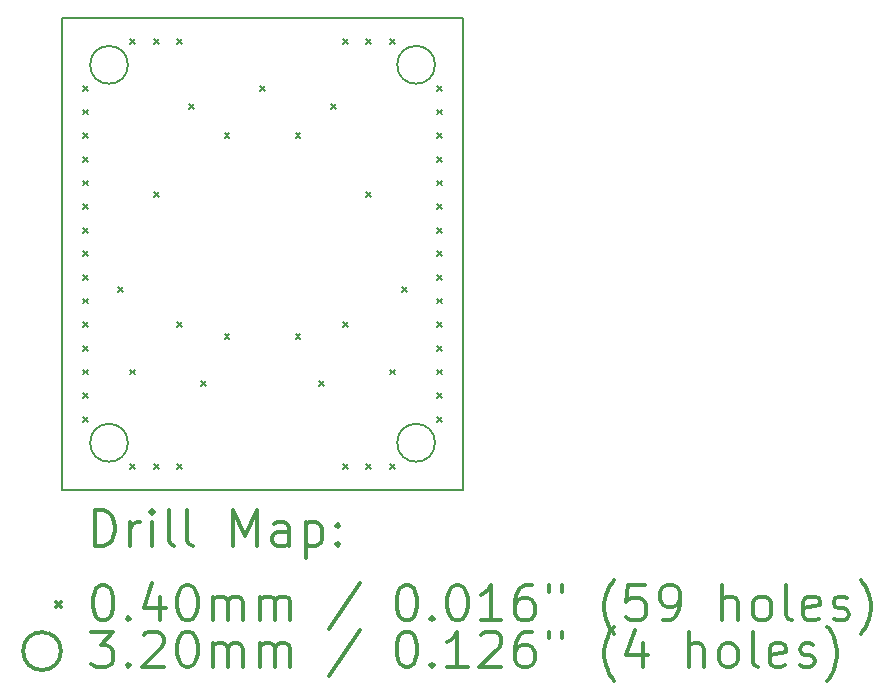
<source format=gbr>
%FSLAX45Y45*%
G04 Gerber Fmt 4.5, Leading zero omitted, Abs format (unit mm)*
G04 Created by KiCad (PCBNEW 5.0.2-bee76a0~70~ubuntu18.04.1) date Mi 24 Jul 2019 00:54:44 CEST*
%MOMM*%
%LPD*%
G01*
G04 APERTURE LIST*
%ADD10C,0.150000*%
%ADD11C,0.200000*%
%ADD12C,0.300000*%
G04 APERTURE END LIST*
D10*
X8300000Y-10000000D02*
X8300000Y-14000000D01*
X11700000Y-10000000D02*
X8300000Y-10000000D01*
X11700000Y-14000000D02*
X11700000Y-10000000D01*
X8300000Y-14000000D02*
X11700000Y-14000000D01*
D11*
X8480000Y-10580000D02*
X8520000Y-10620000D01*
X8520000Y-10580000D02*
X8480000Y-10620000D01*
X8480000Y-10780000D02*
X8520000Y-10820000D01*
X8520000Y-10780000D02*
X8480000Y-10820000D01*
X8480000Y-10980000D02*
X8520000Y-11020000D01*
X8520000Y-10980000D02*
X8480000Y-11020000D01*
X8480000Y-11180000D02*
X8520000Y-11220000D01*
X8520000Y-11180000D02*
X8480000Y-11220000D01*
X8480000Y-11380000D02*
X8520000Y-11420000D01*
X8520000Y-11380000D02*
X8480000Y-11420000D01*
X8480000Y-11580000D02*
X8520000Y-11620000D01*
X8520000Y-11580000D02*
X8480000Y-11620000D01*
X8480000Y-11780000D02*
X8520000Y-11820000D01*
X8520000Y-11780000D02*
X8480000Y-11820000D01*
X8480000Y-11980000D02*
X8520000Y-12020000D01*
X8520000Y-11980000D02*
X8480000Y-12020000D01*
X8480000Y-12180000D02*
X8520000Y-12220000D01*
X8520000Y-12180000D02*
X8480000Y-12220000D01*
X8480000Y-12380000D02*
X8520000Y-12420000D01*
X8520000Y-12380000D02*
X8480000Y-12420000D01*
X8480000Y-12580000D02*
X8520000Y-12620000D01*
X8520000Y-12580000D02*
X8480000Y-12620000D01*
X8480000Y-12780000D02*
X8520000Y-12820000D01*
X8520000Y-12780000D02*
X8480000Y-12820000D01*
X8480000Y-12980000D02*
X8520000Y-13020000D01*
X8520000Y-12980000D02*
X8480000Y-13020000D01*
X8480000Y-13180000D02*
X8520000Y-13220000D01*
X8520000Y-13180000D02*
X8480000Y-13220000D01*
X8480000Y-13380000D02*
X8520000Y-13420000D01*
X8520000Y-13380000D02*
X8480000Y-13420000D01*
X8780000Y-12280000D02*
X8820000Y-12320000D01*
X8820000Y-12280000D02*
X8780000Y-12320000D01*
X8880000Y-10180000D02*
X8920000Y-10220000D01*
X8920000Y-10180000D02*
X8880000Y-10220000D01*
X8880000Y-12980000D02*
X8920000Y-13020000D01*
X8920000Y-12980000D02*
X8880000Y-13020000D01*
X8880000Y-13780000D02*
X8920000Y-13820000D01*
X8920000Y-13780000D02*
X8880000Y-13820000D01*
X9080000Y-10180000D02*
X9120000Y-10220000D01*
X9120000Y-10180000D02*
X9080000Y-10220000D01*
X9080000Y-11480000D02*
X9120000Y-11520000D01*
X9120000Y-11480000D02*
X9080000Y-11520000D01*
X9080000Y-13780000D02*
X9120000Y-13820000D01*
X9120000Y-13780000D02*
X9080000Y-13820000D01*
X9280000Y-10180000D02*
X9320000Y-10220000D01*
X9320000Y-10180000D02*
X9280000Y-10220000D01*
X9280000Y-12580000D02*
X9320000Y-12620000D01*
X9320000Y-12580000D02*
X9280000Y-12620000D01*
X9280000Y-13780000D02*
X9320000Y-13820000D01*
X9320000Y-13780000D02*
X9280000Y-13820000D01*
X9380000Y-10730000D02*
X9420000Y-10770000D01*
X9420000Y-10730000D02*
X9380000Y-10770000D01*
X9480000Y-13080000D02*
X9520000Y-13120000D01*
X9520000Y-13080000D02*
X9480000Y-13120000D01*
X9680000Y-10980000D02*
X9720000Y-11020000D01*
X9720000Y-10980000D02*
X9680000Y-11020000D01*
X9680000Y-12680000D02*
X9720000Y-12720000D01*
X9720000Y-12680000D02*
X9680000Y-12720000D01*
X9980000Y-10580000D02*
X10020000Y-10620000D01*
X10020000Y-10580000D02*
X9980000Y-10620000D01*
X10280000Y-10980000D02*
X10320000Y-11020000D01*
X10320000Y-10980000D02*
X10280000Y-11020000D01*
X10280000Y-12680000D02*
X10320000Y-12720000D01*
X10320000Y-12680000D02*
X10280000Y-12720000D01*
X10480000Y-13080000D02*
X10520000Y-13120000D01*
X10520000Y-13080000D02*
X10480000Y-13120000D01*
X10580000Y-10730000D02*
X10620000Y-10770000D01*
X10620000Y-10730000D02*
X10580000Y-10770000D01*
X10680000Y-10180000D02*
X10720000Y-10220000D01*
X10720000Y-10180000D02*
X10680000Y-10220000D01*
X10680000Y-12580000D02*
X10720000Y-12620000D01*
X10720000Y-12580000D02*
X10680000Y-12620000D01*
X10680000Y-13780000D02*
X10720000Y-13820000D01*
X10720000Y-13780000D02*
X10680000Y-13820000D01*
X10880000Y-10180000D02*
X10920000Y-10220000D01*
X10920000Y-10180000D02*
X10880000Y-10220000D01*
X10880000Y-11480000D02*
X10920000Y-11520000D01*
X10920000Y-11480000D02*
X10880000Y-11520000D01*
X10880000Y-13780000D02*
X10920000Y-13820000D01*
X10920000Y-13780000D02*
X10880000Y-13820000D01*
X11080000Y-10180000D02*
X11120000Y-10220000D01*
X11120000Y-10180000D02*
X11080000Y-10220000D01*
X11080000Y-12980000D02*
X11120000Y-13020000D01*
X11120000Y-12980000D02*
X11080000Y-13020000D01*
X11080000Y-13780000D02*
X11120000Y-13820000D01*
X11120000Y-13780000D02*
X11080000Y-13820000D01*
X11180000Y-12280000D02*
X11220000Y-12320000D01*
X11220000Y-12280000D02*
X11180000Y-12320000D01*
X11480000Y-10580000D02*
X11520000Y-10620000D01*
X11520000Y-10580000D02*
X11480000Y-10620000D01*
X11480000Y-10780000D02*
X11520000Y-10820000D01*
X11520000Y-10780000D02*
X11480000Y-10820000D01*
X11480000Y-10980000D02*
X11520000Y-11020000D01*
X11520000Y-10980000D02*
X11480000Y-11020000D01*
X11480000Y-11180000D02*
X11520000Y-11220000D01*
X11520000Y-11180000D02*
X11480000Y-11220000D01*
X11480000Y-11380000D02*
X11520000Y-11420000D01*
X11520000Y-11380000D02*
X11480000Y-11420000D01*
X11480000Y-11580000D02*
X11520000Y-11620000D01*
X11520000Y-11580000D02*
X11480000Y-11620000D01*
X11480000Y-11780000D02*
X11520000Y-11820000D01*
X11520000Y-11780000D02*
X11480000Y-11820000D01*
X11480000Y-11980000D02*
X11520000Y-12020000D01*
X11520000Y-11980000D02*
X11480000Y-12020000D01*
X11480000Y-12180000D02*
X11520000Y-12220000D01*
X11520000Y-12180000D02*
X11480000Y-12220000D01*
X11480000Y-12380000D02*
X11520000Y-12420000D01*
X11520000Y-12380000D02*
X11480000Y-12420000D01*
X11480000Y-12580000D02*
X11520000Y-12620000D01*
X11520000Y-12580000D02*
X11480000Y-12620000D01*
X11480000Y-12780000D02*
X11520000Y-12820000D01*
X11520000Y-12780000D02*
X11480000Y-12820000D01*
X11480000Y-12980000D02*
X11520000Y-13020000D01*
X11520000Y-12980000D02*
X11480000Y-13020000D01*
X11480000Y-13180000D02*
X11520000Y-13220000D01*
X11520000Y-13180000D02*
X11480000Y-13220000D01*
X11480000Y-13380000D02*
X11520000Y-13420000D01*
X11520000Y-13380000D02*
X11480000Y-13420000D01*
X8860000Y-10400000D02*
G75*
G03X8860000Y-10400000I-160000J0D01*
G01*
X8860000Y-13600000D02*
G75*
G03X8860000Y-13600000I-160000J0D01*
G01*
X11460000Y-10400000D02*
G75*
G03X11460000Y-10400000I-160000J0D01*
G01*
X11460000Y-13600000D02*
G75*
G03X11460000Y-13600000I-160000J0D01*
G01*
D12*
X8578928Y-14473214D02*
X8578928Y-14173214D01*
X8650357Y-14173214D01*
X8693214Y-14187500D01*
X8721786Y-14216071D01*
X8736071Y-14244643D01*
X8750357Y-14301786D01*
X8750357Y-14344643D01*
X8736071Y-14401786D01*
X8721786Y-14430357D01*
X8693214Y-14458929D01*
X8650357Y-14473214D01*
X8578928Y-14473214D01*
X8878928Y-14473214D02*
X8878928Y-14273214D01*
X8878928Y-14330357D02*
X8893214Y-14301786D01*
X8907500Y-14287500D01*
X8936071Y-14273214D01*
X8964643Y-14273214D01*
X9064643Y-14473214D02*
X9064643Y-14273214D01*
X9064643Y-14173214D02*
X9050357Y-14187500D01*
X9064643Y-14201786D01*
X9078928Y-14187500D01*
X9064643Y-14173214D01*
X9064643Y-14201786D01*
X9250357Y-14473214D02*
X9221786Y-14458929D01*
X9207500Y-14430357D01*
X9207500Y-14173214D01*
X9407500Y-14473214D02*
X9378928Y-14458929D01*
X9364643Y-14430357D01*
X9364643Y-14173214D01*
X9750357Y-14473214D02*
X9750357Y-14173214D01*
X9850357Y-14387500D01*
X9950357Y-14173214D01*
X9950357Y-14473214D01*
X10221786Y-14473214D02*
X10221786Y-14316071D01*
X10207500Y-14287500D01*
X10178928Y-14273214D01*
X10121786Y-14273214D01*
X10093214Y-14287500D01*
X10221786Y-14458929D02*
X10193214Y-14473214D01*
X10121786Y-14473214D01*
X10093214Y-14458929D01*
X10078928Y-14430357D01*
X10078928Y-14401786D01*
X10093214Y-14373214D01*
X10121786Y-14358929D01*
X10193214Y-14358929D01*
X10221786Y-14344643D01*
X10364643Y-14273214D02*
X10364643Y-14573214D01*
X10364643Y-14287500D02*
X10393214Y-14273214D01*
X10450357Y-14273214D01*
X10478928Y-14287500D01*
X10493214Y-14301786D01*
X10507500Y-14330357D01*
X10507500Y-14416071D01*
X10493214Y-14444643D01*
X10478928Y-14458929D01*
X10450357Y-14473214D01*
X10393214Y-14473214D01*
X10364643Y-14458929D01*
X10636071Y-14444643D02*
X10650357Y-14458929D01*
X10636071Y-14473214D01*
X10621786Y-14458929D01*
X10636071Y-14444643D01*
X10636071Y-14473214D01*
X10636071Y-14287500D02*
X10650357Y-14301786D01*
X10636071Y-14316071D01*
X10621786Y-14301786D01*
X10636071Y-14287500D01*
X10636071Y-14316071D01*
X8252500Y-14947500D02*
X8292500Y-14987500D01*
X8292500Y-14947500D02*
X8252500Y-14987500D01*
X8636071Y-14803214D02*
X8664643Y-14803214D01*
X8693214Y-14817500D01*
X8707500Y-14831786D01*
X8721786Y-14860357D01*
X8736071Y-14917500D01*
X8736071Y-14988929D01*
X8721786Y-15046071D01*
X8707500Y-15074643D01*
X8693214Y-15088929D01*
X8664643Y-15103214D01*
X8636071Y-15103214D01*
X8607500Y-15088929D01*
X8593214Y-15074643D01*
X8578928Y-15046071D01*
X8564643Y-14988929D01*
X8564643Y-14917500D01*
X8578928Y-14860357D01*
X8593214Y-14831786D01*
X8607500Y-14817500D01*
X8636071Y-14803214D01*
X8864643Y-15074643D02*
X8878928Y-15088929D01*
X8864643Y-15103214D01*
X8850357Y-15088929D01*
X8864643Y-15074643D01*
X8864643Y-15103214D01*
X9136071Y-14903214D02*
X9136071Y-15103214D01*
X9064643Y-14788929D02*
X8993214Y-15003214D01*
X9178928Y-15003214D01*
X9350357Y-14803214D02*
X9378928Y-14803214D01*
X9407500Y-14817500D01*
X9421786Y-14831786D01*
X9436071Y-14860357D01*
X9450357Y-14917500D01*
X9450357Y-14988929D01*
X9436071Y-15046071D01*
X9421786Y-15074643D01*
X9407500Y-15088929D01*
X9378928Y-15103214D01*
X9350357Y-15103214D01*
X9321786Y-15088929D01*
X9307500Y-15074643D01*
X9293214Y-15046071D01*
X9278928Y-14988929D01*
X9278928Y-14917500D01*
X9293214Y-14860357D01*
X9307500Y-14831786D01*
X9321786Y-14817500D01*
X9350357Y-14803214D01*
X9578928Y-15103214D02*
X9578928Y-14903214D01*
X9578928Y-14931786D02*
X9593214Y-14917500D01*
X9621786Y-14903214D01*
X9664643Y-14903214D01*
X9693214Y-14917500D01*
X9707500Y-14946071D01*
X9707500Y-15103214D01*
X9707500Y-14946071D02*
X9721786Y-14917500D01*
X9750357Y-14903214D01*
X9793214Y-14903214D01*
X9821786Y-14917500D01*
X9836071Y-14946071D01*
X9836071Y-15103214D01*
X9978928Y-15103214D02*
X9978928Y-14903214D01*
X9978928Y-14931786D02*
X9993214Y-14917500D01*
X10021786Y-14903214D01*
X10064643Y-14903214D01*
X10093214Y-14917500D01*
X10107500Y-14946071D01*
X10107500Y-15103214D01*
X10107500Y-14946071D02*
X10121786Y-14917500D01*
X10150357Y-14903214D01*
X10193214Y-14903214D01*
X10221786Y-14917500D01*
X10236071Y-14946071D01*
X10236071Y-15103214D01*
X10821786Y-14788929D02*
X10564643Y-15174643D01*
X11207500Y-14803214D02*
X11236071Y-14803214D01*
X11264643Y-14817500D01*
X11278928Y-14831786D01*
X11293214Y-14860357D01*
X11307500Y-14917500D01*
X11307500Y-14988929D01*
X11293214Y-15046071D01*
X11278928Y-15074643D01*
X11264643Y-15088929D01*
X11236071Y-15103214D01*
X11207500Y-15103214D01*
X11178928Y-15088929D01*
X11164643Y-15074643D01*
X11150357Y-15046071D01*
X11136071Y-14988929D01*
X11136071Y-14917500D01*
X11150357Y-14860357D01*
X11164643Y-14831786D01*
X11178928Y-14817500D01*
X11207500Y-14803214D01*
X11436071Y-15074643D02*
X11450357Y-15088929D01*
X11436071Y-15103214D01*
X11421786Y-15088929D01*
X11436071Y-15074643D01*
X11436071Y-15103214D01*
X11636071Y-14803214D02*
X11664643Y-14803214D01*
X11693214Y-14817500D01*
X11707500Y-14831786D01*
X11721786Y-14860357D01*
X11736071Y-14917500D01*
X11736071Y-14988929D01*
X11721786Y-15046071D01*
X11707500Y-15074643D01*
X11693214Y-15088929D01*
X11664643Y-15103214D01*
X11636071Y-15103214D01*
X11607500Y-15088929D01*
X11593214Y-15074643D01*
X11578928Y-15046071D01*
X11564643Y-14988929D01*
X11564643Y-14917500D01*
X11578928Y-14860357D01*
X11593214Y-14831786D01*
X11607500Y-14817500D01*
X11636071Y-14803214D01*
X12021786Y-15103214D02*
X11850357Y-15103214D01*
X11936071Y-15103214D02*
X11936071Y-14803214D01*
X11907500Y-14846071D01*
X11878928Y-14874643D01*
X11850357Y-14888929D01*
X12278928Y-14803214D02*
X12221786Y-14803214D01*
X12193214Y-14817500D01*
X12178928Y-14831786D01*
X12150357Y-14874643D01*
X12136071Y-14931786D01*
X12136071Y-15046071D01*
X12150357Y-15074643D01*
X12164643Y-15088929D01*
X12193214Y-15103214D01*
X12250357Y-15103214D01*
X12278928Y-15088929D01*
X12293214Y-15074643D01*
X12307500Y-15046071D01*
X12307500Y-14974643D01*
X12293214Y-14946071D01*
X12278928Y-14931786D01*
X12250357Y-14917500D01*
X12193214Y-14917500D01*
X12164643Y-14931786D01*
X12150357Y-14946071D01*
X12136071Y-14974643D01*
X12421786Y-14803214D02*
X12421786Y-14860357D01*
X12536071Y-14803214D02*
X12536071Y-14860357D01*
X12978928Y-15217500D02*
X12964643Y-15203214D01*
X12936071Y-15160357D01*
X12921786Y-15131786D01*
X12907500Y-15088929D01*
X12893214Y-15017500D01*
X12893214Y-14960357D01*
X12907500Y-14888929D01*
X12921786Y-14846071D01*
X12936071Y-14817500D01*
X12964643Y-14774643D01*
X12978928Y-14760357D01*
X13236071Y-14803214D02*
X13093214Y-14803214D01*
X13078928Y-14946071D01*
X13093214Y-14931786D01*
X13121786Y-14917500D01*
X13193214Y-14917500D01*
X13221786Y-14931786D01*
X13236071Y-14946071D01*
X13250357Y-14974643D01*
X13250357Y-15046071D01*
X13236071Y-15074643D01*
X13221786Y-15088929D01*
X13193214Y-15103214D01*
X13121786Y-15103214D01*
X13093214Y-15088929D01*
X13078928Y-15074643D01*
X13393214Y-15103214D02*
X13450357Y-15103214D01*
X13478928Y-15088929D01*
X13493214Y-15074643D01*
X13521786Y-15031786D01*
X13536071Y-14974643D01*
X13536071Y-14860357D01*
X13521786Y-14831786D01*
X13507500Y-14817500D01*
X13478928Y-14803214D01*
X13421786Y-14803214D01*
X13393214Y-14817500D01*
X13378928Y-14831786D01*
X13364643Y-14860357D01*
X13364643Y-14931786D01*
X13378928Y-14960357D01*
X13393214Y-14974643D01*
X13421786Y-14988929D01*
X13478928Y-14988929D01*
X13507500Y-14974643D01*
X13521786Y-14960357D01*
X13536071Y-14931786D01*
X13893214Y-15103214D02*
X13893214Y-14803214D01*
X14021786Y-15103214D02*
X14021786Y-14946071D01*
X14007500Y-14917500D01*
X13978928Y-14903214D01*
X13936071Y-14903214D01*
X13907500Y-14917500D01*
X13893214Y-14931786D01*
X14207500Y-15103214D02*
X14178928Y-15088929D01*
X14164643Y-15074643D01*
X14150357Y-15046071D01*
X14150357Y-14960357D01*
X14164643Y-14931786D01*
X14178928Y-14917500D01*
X14207500Y-14903214D01*
X14250357Y-14903214D01*
X14278928Y-14917500D01*
X14293214Y-14931786D01*
X14307500Y-14960357D01*
X14307500Y-15046071D01*
X14293214Y-15074643D01*
X14278928Y-15088929D01*
X14250357Y-15103214D01*
X14207500Y-15103214D01*
X14478928Y-15103214D02*
X14450357Y-15088929D01*
X14436071Y-15060357D01*
X14436071Y-14803214D01*
X14707500Y-15088929D02*
X14678928Y-15103214D01*
X14621786Y-15103214D01*
X14593214Y-15088929D01*
X14578928Y-15060357D01*
X14578928Y-14946071D01*
X14593214Y-14917500D01*
X14621786Y-14903214D01*
X14678928Y-14903214D01*
X14707500Y-14917500D01*
X14721786Y-14946071D01*
X14721786Y-14974643D01*
X14578928Y-15003214D01*
X14836071Y-15088929D02*
X14864643Y-15103214D01*
X14921786Y-15103214D01*
X14950357Y-15088929D01*
X14964643Y-15060357D01*
X14964643Y-15046071D01*
X14950357Y-15017500D01*
X14921786Y-15003214D01*
X14878928Y-15003214D01*
X14850357Y-14988929D01*
X14836071Y-14960357D01*
X14836071Y-14946071D01*
X14850357Y-14917500D01*
X14878928Y-14903214D01*
X14921786Y-14903214D01*
X14950357Y-14917500D01*
X15064643Y-15217500D02*
X15078928Y-15203214D01*
X15107500Y-15160357D01*
X15121786Y-15131786D01*
X15136071Y-15088929D01*
X15150357Y-15017500D01*
X15150357Y-14960357D01*
X15136071Y-14888929D01*
X15121786Y-14846071D01*
X15107500Y-14817500D01*
X15078928Y-14774643D01*
X15064643Y-14760357D01*
X8292500Y-15363500D02*
G75*
G03X8292500Y-15363500I-160000J0D01*
G01*
X8550357Y-15199214D02*
X8736071Y-15199214D01*
X8636071Y-15313500D01*
X8678928Y-15313500D01*
X8707500Y-15327786D01*
X8721786Y-15342071D01*
X8736071Y-15370643D01*
X8736071Y-15442071D01*
X8721786Y-15470643D01*
X8707500Y-15484929D01*
X8678928Y-15499214D01*
X8593214Y-15499214D01*
X8564643Y-15484929D01*
X8550357Y-15470643D01*
X8864643Y-15470643D02*
X8878928Y-15484929D01*
X8864643Y-15499214D01*
X8850357Y-15484929D01*
X8864643Y-15470643D01*
X8864643Y-15499214D01*
X8993214Y-15227786D02*
X9007500Y-15213500D01*
X9036071Y-15199214D01*
X9107500Y-15199214D01*
X9136071Y-15213500D01*
X9150357Y-15227786D01*
X9164643Y-15256357D01*
X9164643Y-15284929D01*
X9150357Y-15327786D01*
X8978928Y-15499214D01*
X9164643Y-15499214D01*
X9350357Y-15199214D02*
X9378928Y-15199214D01*
X9407500Y-15213500D01*
X9421786Y-15227786D01*
X9436071Y-15256357D01*
X9450357Y-15313500D01*
X9450357Y-15384929D01*
X9436071Y-15442071D01*
X9421786Y-15470643D01*
X9407500Y-15484929D01*
X9378928Y-15499214D01*
X9350357Y-15499214D01*
X9321786Y-15484929D01*
X9307500Y-15470643D01*
X9293214Y-15442071D01*
X9278928Y-15384929D01*
X9278928Y-15313500D01*
X9293214Y-15256357D01*
X9307500Y-15227786D01*
X9321786Y-15213500D01*
X9350357Y-15199214D01*
X9578928Y-15499214D02*
X9578928Y-15299214D01*
X9578928Y-15327786D02*
X9593214Y-15313500D01*
X9621786Y-15299214D01*
X9664643Y-15299214D01*
X9693214Y-15313500D01*
X9707500Y-15342071D01*
X9707500Y-15499214D01*
X9707500Y-15342071D02*
X9721786Y-15313500D01*
X9750357Y-15299214D01*
X9793214Y-15299214D01*
X9821786Y-15313500D01*
X9836071Y-15342071D01*
X9836071Y-15499214D01*
X9978928Y-15499214D02*
X9978928Y-15299214D01*
X9978928Y-15327786D02*
X9993214Y-15313500D01*
X10021786Y-15299214D01*
X10064643Y-15299214D01*
X10093214Y-15313500D01*
X10107500Y-15342071D01*
X10107500Y-15499214D01*
X10107500Y-15342071D02*
X10121786Y-15313500D01*
X10150357Y-15299214D01*
X10193214Y-15299214D01*
X10221786Y-15313500D01*
X10236071Y-15342071D01*
X10236071Y-15499214D01*
X10821786Y-15184929D02*
X10564643Y-15570643D01*
X11207500Y-15199214D02*
X11236071Y-15199214D01*
X11264643Y-15213500D01*
X11278928Y-15227786D01*
X11293214Y-15256357D01*
X11307500Y-15313500D01*
X11307500Y-15384929D01*
X11293214Y-15442071D01*
X11278928Y-15470643D01*
X11264643Y-15484929D01*
X11236071Y-15499214D01*
X11207500Y-15499214D01*
X11178928Y-15484929D01*
X11164643Y-15470643D01*
X11150357Y-15442071D01*
X11136071Y-15384929D01*
X11136071Y-15313500D01*
X11150357Y-15256357D01*
X11164643Y-15227786D01*
X11178928Y-15213500D01*
X11207500Y-15199214D01*
X11436071Y-15470643D02*
X11450357Y-15484929D01*
X11436071Y-15499214D01*
X11421786Y-15484929D01*
X11436071Y-15470643D01*
X11436071Y-15499214D01*
X11736071Y-15499214D02*
X11564643Y-15499214D01*
X11650357Y-15499214D02*
X11650357Y-15199214D01*
X11621786Y-15242071D01*
X11593214Y-15270643D01*
X11564643Y-15284929D01*
X11850357Y-15227786D02*
X11864643Y-15213500D01*
X11893214Y-15199214D01*
X11964643Y-15199214D01*
X11993214Y-15213500D01*
X12007500Y-15227786D01*
X12021786Y-15256357D01*
X12021786Y-15284929D01*
X12007500Y-15327786D01*
X11836071Y-15499214D01*
X12021786Y-15499214D01*
X12278928Y-15199214D02*
X12221786Y-15199214D01*
X12193214Y-15213500D01*
X12178928Y-15227786D01*
X12150357Y-15270643D01*
X12136071Y-15327786D01*
X12136071Y-15442071D01*
X12150357Y-15470643D01*
X12164643Y-15484929D01*
X12193214Y-15499214D01*
X12250357Y-15499214D01*
X12278928Y-15484929D01*
X12293214Y-15470643D01*
X12307500Y-15442071D01*
X12307500Y-15370643D01*
X12293214Y-15342071D01*
X12278928Y-15327786D01*
X12250357Y-15313500D01*
X12193214Y-15313500D01*
X12164643Y-15327786D01*
X12150357Y-15342071D01*
X12136071Y-15370643D01*
X12421786Y-15199214D02*
X12421786Y-15256357D01*
X12536071Y-15199214D02*
X12536071Y-15256357D01*
X12978928Y-15613500D02*
X12964643Y-15599214D01*
X12936071Y-15556357D01*
X12921786Y-15527786D01*
X12907500Y-15484929D01*
X12893214Y-15413500D01*
X12893214Y-15356357D01*
X12907500Y-15284929D01*
X12921786Y-15242071D01*
X12936071Y-15213500D01*
X12964643Y-15170643D01*
X12978928Y-15156357D01*
X13221786Y-15299214D02*
X13221786Y-15499214D01*
X13150357Y-15184929D02*
X13078928Y-15399214D01*
X13264643Y-15399214D01*
X13607500Y-15499214D02*
X13607500Y-15199214D01*
X13736071Y-15499214D02*
X13736071Y-15342071D01*
X13721786Y-15313500D01*
X13693214Y-15299214D01*
X13650357Y-15299214D01*
X13621786Y-15313500D01*
X13607500Y-15327786D01*
X13921786Y-15499214D02*
X13893214Y-15484929D01*
X13878928Y-15470643D01*
X13864643Y-15442071D01*
X13864643Y-15356357D01*
X13878928Y-15327786D01*
X13893214Y-15313500D01*
X13921786Y-15299214D01*
X13964643Y-15299214D01*
X13993214Y-15313500D01*
X14007500Y-15327786D01*
X14021786Y-15356357D01*
X14021786Y-15442071D01*
X14007500Y-15470643D01*
X13993214Y-15484929D01*
X13964643Y-15499214D01*
X13921786Y-15499214D01*
X14193214Y-15499214D02*
X14164643Y-15484929D01*
X14150357Y-15456357D01*
X14150357Y-15199214D01*
X14421786Y-15484929D02*
X14393214Y-15499214D01*
X14336071Y-15499214D01*
X14307500Y-15484929D01*
X14293214Y-15456357D01*
X14293214Y-15342071D01*
X14307500Y-15313500D01*
X14336071Y-15299214D01*
X14393214Y-15299214D01*
X14421786Y-15313500D01*
X14436071Y-15342071D01*
X14436071Y-15370643D01*
X14293214Y-15399214D01*
X14550357Y-15484929D02*
X14578928Y-15499214D01*
X14636071Y-15499214D01*
X14664643Y-15484929D01*
X14678928Y-15456357D01*
X14678928Y-15442071D01*
X14664643Y-15413500D01*
X14636071Y-15399214D01*
X14593214Y-15399214D01*
X14564643Y-15384929D01*
X14550357Y-15356357D01*
X14550357Y-15342071D01*
X14564643Y-15313500D01*
X14593214Y-15299214D01*
X14636071Y-15299214D01*
X14664643Y-15313500D01*
X14778928Y-15613500D02*
X14793214Y-15599214D01*
X14821786Y-15556357D01*
X14836071Y-15527786D01*
X14850357Y-15484929D01*
X14864643Y-15413500D01*
X14864643Y-15356357D01*
X14850357Y-15284929D01*
X14836071Y-15242071D01*
X14821786Y-15213500D01*
X14793214Y-15170643D01*
X14778928Y-15156357D01*
M02*

</source>
